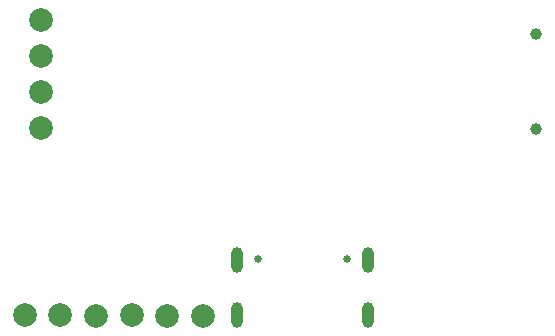
<source format=gbr>
%TF.GenerationSoftware,KiCad,Pcbnew,6.0.10-2.fc37*%
%TF.CreationDate,2023-04-26T13:00:43+02:00*%
%TF.ProjectId,motherboard,6d6f7468-6572-4626-9f61-72642e6b6963,rev?*%
%TF.SameCoordinates,Original*%
%TF.FileFunction,Soldermask,Bot*%
%TF.FilePolarity,Negative*%
%FSLAX46Y46*%
G04 Gerber Fmt 4.6, Leading zero omitted, Abs format (unit mm)*
G04 Created by KiCad (PCBNEW 6.0.10-2.fc37) date 2023-04-26 13:00:43*
%MOMM*%
%LPD*%
G01*
G04 APERTURE LIST*
G04 Aperture macros list*
%AMRoundRect*
0 Rectangle with rounded corners*
0 $1 Rounding radius*
0 $2 $3 $4 $5 $6 $7 $8 $9 X,Y pos of 4 corners*
0 Add a 4 corners polygon primitive as box body*
4,1,4,$2,$3,$4,$5,$6,$7,$8,$9,$2,$3,0*
0 Add four circle primitives for the rounded corners*
1,1,$1+$1,$2,$3*
1,1,$1+$1,$4,$5*
1,1,$1+$1,$6,$7*
1,1,$1+$1,$8,$9*
0 Add four rect primitives between the rounded corners*
20,1,$1+$1,$2,$3,$4,$5,0*
20,1,$1+$1,$4,$5,$6,$7,0*
20,1,$1+$1,$6,$7,$8,$9,0*
20,1,$1+$1,$8,$9,$2,$3,0*%
G04 Aperture macros list end*
%ADD10C,0.670000*%
%ADD11RoundRect,0.500000X0.000000X-0.600000X0.000000X-0.600000X0.000000X0.600000X0.000000X0.600000X0*%
%ADD12C,1.000000*%
%ADD13C,2.000000*%
G04 APERTURE END LIST*
D10*
%TO.C,J1*%
X144570000Y-111275000D03*
X152070000Y-111275000D03*
D11*
X142740000Y-111360000D03*
X153900000Y-116040000D03*
X142740000Y-116030000D03*
X153900000Y-111360000D03*
%TD*%
D12*
%TO.C,111*%
X168065000Y-92260000D03*
X168065000Y-100260000D03*
%TD*%
D13*
%TO.C,TP1*%
X127820000Y-116070000D03*
%TD*%
%TO.C,TP8*%
X126150000Y-94110000D03*
%TD*%
%TO.C,TP10*%
X126130000Y-100240000D03*
%TD*%
%TO.C,TP9*%
X126130000Y-97140000D03*
%TD*%
%TO.C,TP5*%
X130840000Y-116090000D03*
%TD*%
%TO.C,TP3*%
X136850000Y-116110000D03*
%TD*%
%TO.C,TP7*%
X126160000Y-91050000D03*
%TD*%
%TO.C,TP4*%
X139860000Y-116120000D03*
%TD*%
%TO.C,TP2*%
X133850000Y-116070000D03*
%TD*%
%TO.C,TP6*%
X124820000Y-116070000D03*
%TD*%
M02*

</source>
